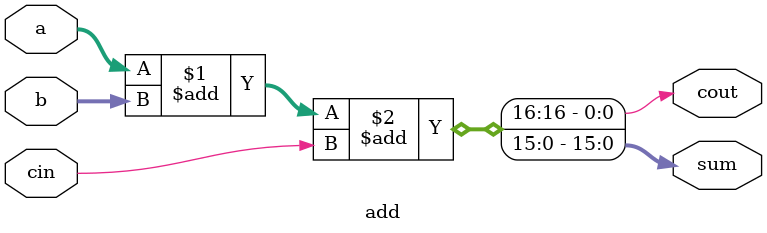
<source format=v>
module add #(parameter DW = 16
	     )
   (
    //Inputs
    input [DW-1:0]  a,
    input [DW-1:0]  b,
    input           cin,
    //Outputs
    output          cout,
    output [DW-1:0] sum
    );

   assign {cout, sum} = a + b + cin;

endmodule

</source>
